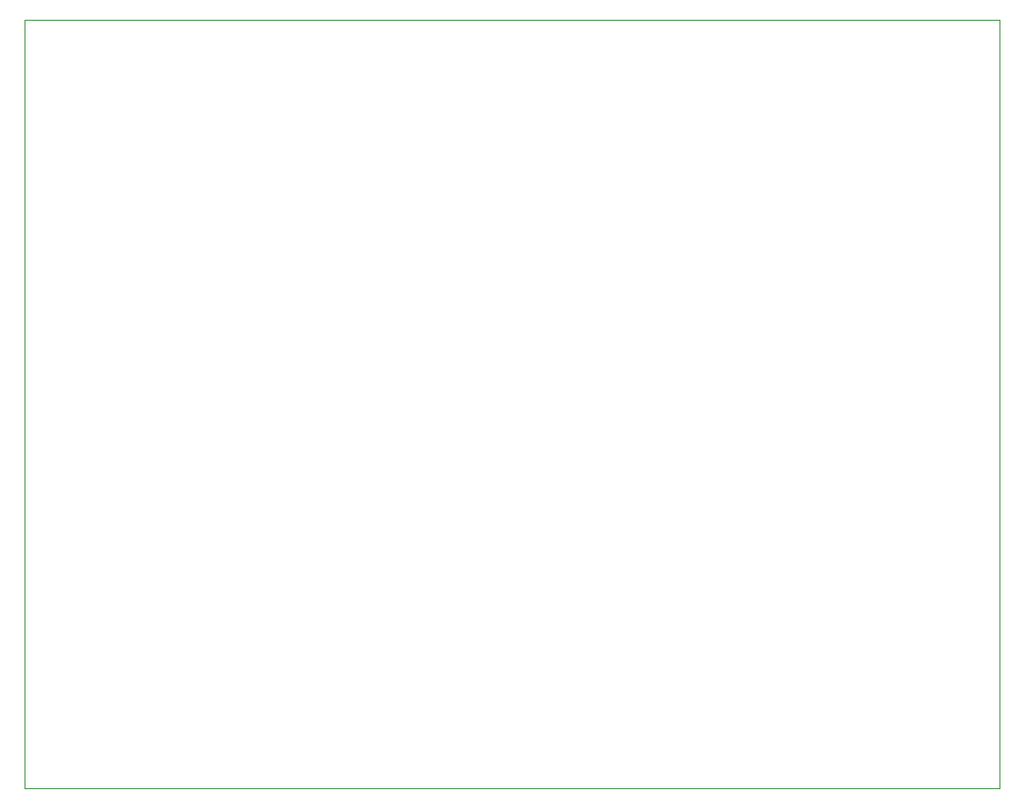
<source format=gbr>
G04 #@! TF.FileFunction,Profile,NP*
%FSLAX46Y46*%
G04 Gerber Fmt 4.6, Leading zero omitted, Abs format (unit mm)*
G04 Created by KiCad (PCBNEW 4.0.3-stable) date 10/13/16 15:00:56*
%MOMM*%
%LPD*%
G01*
G04 APERTURE LIST*
%ADD10C,0.100000*%
G04 APERTURE END LIST*
D10*
X108000000Y-38500000D02*
X108500000Y-38500000D01*
X108000000Y-107500000D02*
X108000000Y-38500000D01*
X195500000Y-107500000D02*
X108000000Y-107500000D01*
X195500000Y-38500000D02*
X195500000Y-107500000D01*
X108500000Y-38500000D02*
X195500000Y-38500000D01*
M02*

</source>
